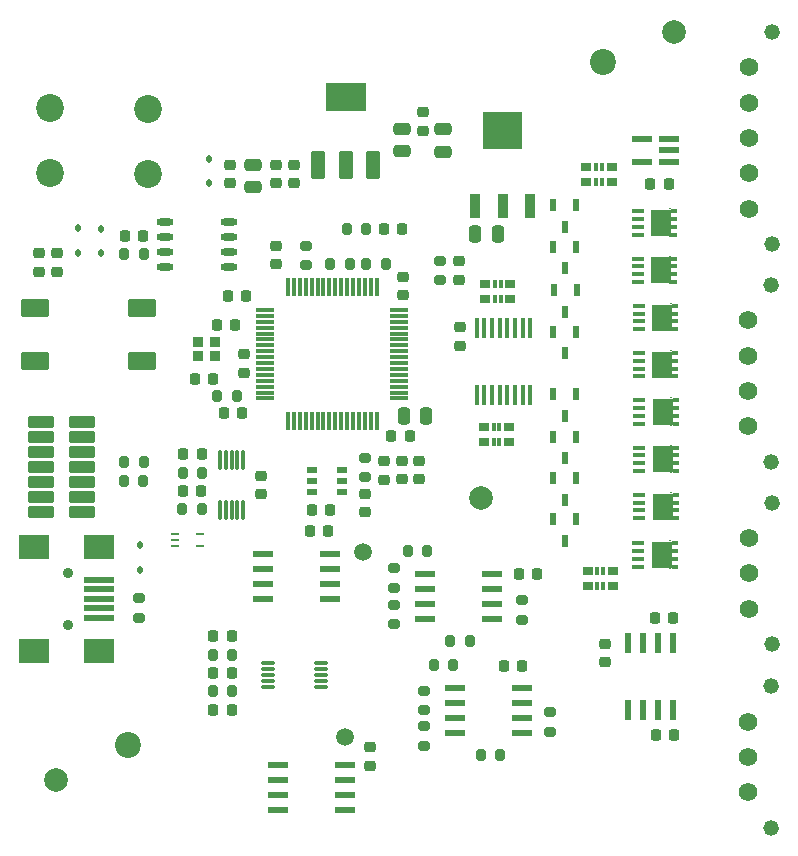
<source format=gbr>
%TF.GenerationSoftware,KiCad,Pcbnew,9.0.6*%
%TF.CreationDate,2026-02-16T15:04:55+01:00*%
%TF.ProjectId,WaterSensor,57617465-7253-4656-9e73-6f722e6b6963,rev?*%
%TF.SameCoordinates,Original*%
%TF.FileFunction,Soldermask,Top*%
%TF.FilePolarity,Negative*%
%FSLAX46Y46*%
G04 Gerber Fmt 4.6, Leading zero omitted, Abs format (unit mm)*
G04 Created by KiCad (PCBNEW 9.0.6) date 2026-02-16 15:04:55*
%MOMM*%
%LPD*%
G01*
G04 APERTURE LIST*
G04 Aperture macros list*
%AMRoundRect*
0 Rectangle with rounded corners*
0 $1 Rounding radius*
0 $2 $3 $4 $5 $6 $7 $8 $9 X,Y pos of 4 corners*
0 Add a 4 corners polygon primitive as box body*
4,1,4,$2,$3,$4,$5,$6,$7,$8,$9,$2,$3,0*
0 Add four circle primitives for the rounded corners*
1,1,$1+$1,$2,$3*
1,1,$1+$1,$4,$5*
1,1,$1+$1,$6,$7*
1,1,$1+$1,$8,$9*
0 Add four rect primitives between the rounded corners*
20,1,$1+$1,$2,$3,$4,$5,0*
20,1,$1+$1,$4,$5,$6,$7,0*
20,1,$1+$1,$6,$7,$8,$9,0*
20,1,$1+$1,$8,$9,$2,$3,0*%
G04 Aperture macros list end*
%ADD10C,0.000000*%
%ADD11RoundRect,0.102000X1.025000X-0.380000X1.025000X0.380000X-1.025000X0.380000X-1.025000X-0.380000X0*%
%ADD12RoundRect,0.102000X0.475000X-1.075000X0.475000X1.075000X-0.475000X1.075000X-0.475000X-1.075000X0*%
%ADD13RoundRect,0.102000X1.625000X-1.075000X1.625000X1.075000X-1.625000X1.075000X-1.625000X-1.075000X0*%
%ADD14R,0.508000X1.117600*%
%ADD15RoundRect,0.250000X0.250000X0.475000X-0.250000X0.475000X-0.250000X-0.475000X0.250000X-0.475000X0*%
%ADD16RoundRect,0.200000X0.275000X-0.200000X0.275000X0.200000X-0.275000X0.200000X-0.275000X-0.200000X0*%
%ADD17RoundRect,0.250000X-0.475000X0.250000X-0.475000X-0.250000X0.475000X-0.250000X0.475000X0.250000X0*%
%ADD18R,0.952500X0.558800*%
%ADD19RoundRect,0.225000X0.225000X0.250000X-0.225000X0.250000X-0.225000X-0.250000X0.225000X-0.250000X0*%
%ADD20R,1.725000X2.235000*%
%ADD21R,0.250000X0.077000*%
%ADD22R,0.250000X0.075000*%
%ADD23R,0.510000X0.405000*%
%ADD24R,0.990000X0.405000*%
%ADD25RoundRect,0.200000X0.200000X0.275000X-0.200000X0.275000X-0.200000X-0.275000X0.200000X-0.275000X0*%
%ADD26C,0.900000*%
%ADD27R,2.500000X0.500000*%
%ADD28R,2.500000X2.000000*%
%ADD29RoundRect,0.200000X-0.200000X-0.275000X0.200000X-0.275000X0.200000X0.275000X-0.200000X0.275000X0*%
%ADD30R,0.965200X0.736600*%
%ADD31R,0.355600X0.736600*%
%ADD32RoundRect,0.218750X0.256250X-0.218750X0.256250X0.218750X-0.256250X0.218750X-0.256250X-0.218750X0*%
%ADD33RoundRect,0.225000X-0.225000X-0.250000X0.225000X-0.250000X0.225000X0.250000X-0.225000X0.250000X0*%
%ADD34RoundRect,0.087500X0.087500X-0.725000X0.087500X0.725000X-0.087500X0.725000X-0.087500X-0.725000X0*%
%ADD35RoundRect,0.225000X-0.250000X0.225000X-0.250000X-0.225000X0.250000X-0.225000X0.250000X0.225000X0*%
%ADD36C,1.500000*%
%ADD37RoundRect,0.225000X0.250000X-0.225000X0.250000X0.225000X-0.250000X0.225000X-0.250000X-0.225000X0*%
%ADD38C,2.000000*%
%ADD39RoundRect,0.218750X0.218750X0.256250X-0.218750X0.256250X-0.218750X-0.256250X0.218750X-0.256250X0*%
%ADD40RoundRect,0.112500X0.112500X-0.187500X0.112500X0.187500X-0.112500X0.187500X-0.112500X-0.187500X0*%
%ADD41RoundRect,0.250000X0.475000X-0.250000X0.475000X0.250000X-0.475000X0.250000X-0.475000X-0.250000X0*%
%ADD42C,2.362200*%
%ADD43R,1.663700X0.558800*%
%ADD44C,1.320800*%
%ADD45C,1.574800*%
%ADD46RoundRect,0.200000X-0.275000X0.200000X-0.275000X-0.200000X0.275000X-0.200000X0.275000X0.200000X0*%
%ADD47R,0.950000X0.850000*%
%ADD48R,0.558800X1.663700*%
%ADD49R,0.914400X2.108200*%
%ADD50RoundRect,0.075000X-0.700000X-0.075000X0.700000X-0.075000X0.700000X0.075000X-0.700000X0.075000X0*%
%ADD51RoundRect,0.075000X-0.075000X-0.700000X0.075000X-0.700000X0.075000X0.700000X-0.075000X0.700000X0*%
%ADD52C,2.200000*%
%ADD53RoundRect,0.112500X-0.112500X0.187500X-0.112500X-0.187500X0.112500X-0.187500X0.112500X0.187500X0*%
%ADD54R,0.762000X0.254000*%
%ADD55R,0.355600X1.676400*%
%ADD56O,1.350000X0.299999*%
%ADD57RoundRect,0.102000X1.050000X0.700000X-1.050000X0.700000X-1.050000X-0.700000X1.050000X-0.700000X0*%
%ADD58R,1.805236X0.612132*%
%ADD59RoundRect,0.250000X-0.250000X-0.475000X0.250000X-0.475000X0.250000X0.475000X-0.250000X0.475000X0*%
%ADD60O,1.450000X0.599999*%
%ADD61RoundRect,0.218750X-0.256250X0.218750X-0.256250X-0.218750X0.256250X-0.218750X0.256250X0.218750X0*%
G04 APERTURE END LIST*
D10*
%TO.C,U4*%
G36*
X148361000Y-89631700D02*
G01*
X145059000Y-89631700D01*
X145059000Y-86507500D01*
X148361000Y-86507500D01*
X148361000Y-89631700D01*
G37*
%TD*%
D11*
%TO.C,J1*%
X111145000Y-112780000D03*
X107595000Y-112780000D03*
X111145000Y-114050000D03*
X107595000Y-114050000D03*
X111145000Y-115320000D03*
X107595000Y-115320000D03*
X111145000Y-116590000D03*
X107595000Y-116590000D03*
X111145000Y-117860000D03*
X107595000Y-117860000D03*
X111145000Y-119130000D03*
X107595000Y-119130000D03*
X111145000Y-120400000D03*
X107595000Y-120400000D03*
%TD*%
D12*
%TO.C,U5*%
X131130000Y-91000000D03*
X133430000Y-91000000D03*
X135730000Y-91000000D03*
D13*
X133430000Y-85200000D03*
%TD*%
D14*
%TO.C,Q4*%
X152917500Y-105085600D03*
X151012500Y-105085600D03*
X151965000Y-106914400D03*
%TD*%
D15*
%TO.C,C7*%
X146300000Y-96830000D03*
X144400000Y-96830000D03*
%TD*%
D16*
%TO.C,RSense1*%
X150700000Y-138965000D03*
X150700000Y-137315000D03*
%TD*%
D17*
%TO.C,C34*%
X125550000Y-90980000D03*
X125550000Y-92880000D03*
%TD*%
D18*
%TO.C,U11*%
X133106350Y-118670001D03*
X133106350Y-117720000D03*
X133106350Y-116769999D03*
X130553650Y-116769999D03*
X130553650Y-117720000D03*
X130553650Y-118670001D03*
%TD*%
D19*
%TO.C,C21*%
X116285000Y-96980000D03*
X114735000Y-96980000D03*
%TD*%
D20*
%TO.C,QM4*%
X160238000Y-107898000D03*
D21*
X160975000Y-106744000D03*
D22*
X160975000Y-109053000D03*
D23*
X161355000Y-106908000D03*
X161355000Y-107568000D03*
X161355000Y-108228000D03*
X161355000Y-108888000D03*
D24*
X158245000Y-108888000D03*
X158245000Y-106908000D03*
X158245000Y-107568000D03*
X158245000Y-108228000D03*
%TD*%
D16*
%TO.C,R5*%
X137510000Y-129845000D03*
X137510000Y-128195000D03*
%TD*%
D25*
%TO.C,R20*%
X116305000Y-117710000D03*
X114655000Y-117710000D03*
%TD*%
D19*
%TO.C,C18*%
X123785000Y-130890000D03*
X122235000Y-130890000D03*
%TD*%
D14*
%TO.C,Q1*%
X152982500Y-101585600D03*
X151077500Y-101585600D03*
X152030000Y-103414400D03*
%TD*%
D20*
%TO.C,QM6*%
X160273000Y-115898000D03*
D21*
X161010000Y-114744000D03*
D22*
X161010000Y-117053000D03*
D23*
X161390000Y-114908000D03*
X161390000Y-115568000D03*
X161390000Y-116228000D03*
X161390000Y-116888000D03*
D24*
X158280000Y-116888000D03*
X158280000Y-114908000D03*
X158280000Y-115568000D03*
X158280000Y-116228000D03*
%TD*%
D26*
%TO.C,J6*%
X109925000Y-125500000D03*
X109925000Y-129900000D03*
D27*
X112525000Y-126100000D03*
X112525000Y-126900000D03*
X112525000Y-127700000D03*
X112525000Y-128500000D03*
X112525000Y-129300000D03*
D28*
X112525000Y-123300000D03*
X107025000Y-123300000D03*
X112525000Y-132100000D03*
X107025000Y-132100000D03*
%TD*%
D16*
%TO.C,R25*%
X130050000Y-99455000D03*
X130050000Y-97805000D03*
%TD*%
D29*
%TO.C,R3*%
X140905000Y-133350000D03*
X142555000Y-133350000D03*
%TD*%
D30*
%TO.C,R16*%
X153785500Y-92400000D03*
D31*
X154615000Y-92400000D03*
X155115000Y-92400000D03*
D30*
X155944500Y-92400000D03*
X155944500Y-91130000D03*
D31*
X155115000Y-91130000D03*
X154615000Y-91130000D03*
D30*
X153785500Y-91130000D03*
%TD*%
D32*
%TO.C,FB3*%
X123650000Y-92537500D03*
X123650000Y-90962500D03*
%TD*%
D29*
%TO.C,R22*%
X119615000Y-120130000D03*
X121265000Y-120130000D03*
%TD*%
D33*
%TO.C,C30*%
X159695000Y-139210000D03*
X161245000Y-139210000D03*
%TD*%
D34*
%TO.C,U10*%
X122770000Y-120212500D03*
X123270000Y-120212500D03*
X123770000Y-120212500D03*
X124270000Y-120212500D03*
X124770000Y-120212500D03*
X124770000Y-115987500D03*
X124270000Y-115987500D03*
X123770000Y-115987500D03*
X123270000Y-115987500D03*
X122770000Y-115987500D03*
%TD*%
D35*
%TO.C,C4*%
X129040000Y-90985000D03*
X129040000Y-92535000D03*
%TD*%
D29*
%TO.C,R10*%
X122175000Y-135500000D03*
X123825000Y-135500000D03*
%TD*%
D19*
%TO.C,C25*%
X131975000Y-121995000D03*
X130425000Y-121995000D03*
%TD*%
D35*
%TO.C,C9*%
X126270000Y-117325000D03*
X126270000Y-118875000D03*
%TD*%
D29*
%TO.C,R7*%
X138675000Y-123640000D03*
X140325000Y-123640000D03*
%TD*%
D36*
%TO.C,TP2*%
X134890000Y-123760000D03*
%TD*%
D16*
%TO.C,R27*%
X115925000Y-129325000D03*
X115925000Y-127675000D03*
%TD*%
D37*
%TO.C,C13*%
X138300000Y-101975000D03*
X138300000Y-100425000D03*
%TD*%
D38*
%TO.C,FID3*%
X161261000Y-79709000D03*
%TD*%
D16*
%TO.C,R24*%
X141440000Y-100737500D03*
X141440000Y-99087500D03*
%TD*%
D39*
%TO.C,D6*%
X121250000Y-115440000D03*
X119675000Y-115440000D03*
%TD*%
D14*
%TO.C,Q7*%
X152917500Y-117485600D03*
X151012500Y-117485600D03*
X151965000Y-119314400D03*
%TD*%
D40*
%TO.C,D4*%
X112710000Y-98460000D03*
X112710000Y-96360000D03*
%TD*%
D41*
%TO.C,C6*%
X141680000Y-89840000D03*
X141680000Y-87940000D03*
%TD*%
D35*
%TO.C,C19*%
X108980000Y-98475000D03*
X108980000Y-100025000D03*
%TD*%
D29*
%TO.C,R19*%
X114665000Y-116170000D03*
X116315000Y-116170000D03*
%TD*%
D42*
%TO.C,J2*%
X116700000Y-86210251D03*
X116700000Y-91710250D03*
%TD*%
D43*
%TO.C,U8*%
X142674250Y-135235000D03*
X142674250Y-136505000D03*
X142674250Y-137775000D03*
X142674250Y-139045000D03*
X148325750Y-139045000D03*
X148325750Y-137775000D03*
X148325750Y-136505000D03*
X148325750Y-135235000D03*
%TD*%
D19*
%TO.C,C10*%
X125035000Y-102110000D03*
X123485000Y-102110000D03*
%TD*%
D20*
%TO.C,QM5*%
X160273000Y-111898000D03*
D21*
X161010000Y-110744000D03*
D22*
X161010000Y-113053000D03*
D23*
X161390000Y-110908000D03*
X161390000Y-111568000D03*
X161390000Y-112228000D03*
X161390000Y-112888000D03*
D24*
X158280000Y-112888000D03*
X158280000Y-110908000D03*
X158280000Y-111568000D03*
X158280000Y-112228000D03*
%TD*%
D44*
%TO.C,J7*%
X169460001Y-147099997D03*
X169460001Y-135100001D03*
D45*
X167500000Y-138100000D03*
X167500000Y-141099999D03*
X167500000Y-144099998D03*
%TD*%
D19*
%TO.C,C1*%
X122235000Y-109070000D03*
X120685000Y-109070000D03*
%TD*%
D29*
%TO.C,R9*%
X122185000Y-132430000D03*
X123835000Y-132430000D03*
%TD*%
%TO.C,R11*%
X114675000Y-98530000D03*
X116325000Y-98530000D03*
%TD*%
D35*
%TO.C,C26*%
X155400000Y-131525000D03*
X155400000Y-133075000D03*
%TD*%
D43*
%TO.C,U9*%
X140174250Y-125635000D03*
X140174250Y-126905000D03*
X140174250Y-128175000D03*
X140174250Y-129445000D03*
X145825750Y-129445000D03*
X145825750Y-128175000D03*
X145825750Y-126905000D03*
X145825750Y-125635000D03*
%TD*%
D35*
%TO.C,C17*%
X138170000Y-116024999D03*
X138170000Y-117574999D03*
%TD*%
D44*
%TO.C,J5*%
X169476000Y-116117000D03*
X169476000Y-101116999D03*
D45*
X167515999Y-104117001D03*
X167515999Y-107117000D03*
X167515999Y-110116999D03*
X167515999Y-113116998D03*
%TD*%
D35*
%TO.C,C3*%
X124810000Y-107015000D03*
X124810000Y-108565000D03*
%TD*%
D14*
%TO.C,Q5*%
X152917500Y-120985600D03*
X151012500Y-120985600D03*
X151965000Y-122814400D03*
%TD*%
D32*
%TO.C,D8*%
X143040000Y-100700000D03*
X143040000Y-99125000D03*
%TD*%
D19*
%TO.C,C24*%
X123775000Y-133970000D03*
X122225000Y-133970000D03*
%TD*%
D37*
%TO.C,C14*%
X127530000Y-99375000D03*
X127530000Y-97825000D03*
%TD*%
D35*
%TO.C,C23*%
X135073650Y-118834999D03*
X135073650Y-120384999D03*
%TD*%
D40*
%TO.C,D1*%
X121839600Y-92539749D03*
X121839600Y-90439749D03*
%TD*%
D38*
%TO.C,FID1*%
X108876000Y-143038000D03*
%TD*%
D16*
%TO.C,RSense2*%
X148400000Y-129490000D03*
X148400000Y-127840000D03*
%TD*%
D33*
%TO.C,C28*%
X148065000Y-125620000D03*
X149615000Y-125620000D03*
%TD*%
D40*
%TO.C,D3*%
X110740000Y-98447500D03*
X110740000Y-96347500D03*
%TD*%
D30*
%TO.C,R13*%
X147279500Y-113165000D03*
D31*
X146450000Y-113165000D03*
X145950000Y-113165000D03*
D30*
X145120500Y-113165000D03*
X145120500Y-114435000D03*
D31*
X145950000Y-114435000D03*
X146450000Y-114435000D03*
D30*
X147279500Y-114435000D03*
%TD*%
D46*
%TO.C,R6*%
X137500000Y-125115000D03*
X137500000Y-126765000D03*
%TD*%
D14*
%TO.C,Q8*%
X152917500Y-113985600D03*
X151012500Y-113985600D03*
X151965000Y-115814400D03*
%TD*%
D44*
%TO.C,J4*%
X169500000Y-97700000D03*
X169500000Y-79700000D03*
D45*
X167539999Y-82700002D03*
X167539999Y-85700001D03*
X167539999Y-88700000D03*
X167539999Y-91699999D03*
X167539999Y-94699998D03*
%TD*%
D39*
%TO.C,D5*%
X121207500Y-118560000D03*
X119632500Y-118560000D03*
%TD*%
D43*
%TO.C,U3*%
X126474250Y-123890000D03*
X126474250Y-125160000D03*
X126474250Y-126430000D03*
X126474250Y-127700000D03*
X132125750Y-127700000D03*
X132125750Y-126430000D03*
X132125750Y-125160000D03*
X132125750Y-123890000D03*
%TD*%
D29*
%TO.C,R18*%
X132145000Y-99400000D03*
X133795000Y-99400000D03*
%TD*%
D19*
%TO.C,C27*%
X148385000Y-133410000D03*
X146835000Y-133410000D03*
%TD*%
D33*
%TO.C,C11*%
X137305000Y-113960000D03*
X138855000Y-113960000D03*
%TD*%
D25*
%TO.C,R4*%
X146525000Y-140940000D03*
X144875000Y-140940000D03*
%TD*%
D46*
%TO.C,R12*%
X135083650Y-115764999D03*
X135083650Y-117414999D03*
%TD*%
D37*
%TO.C,C33*%
X135470000Y-141835000D03*
X135470000Y-140285000D03*
%TD*%
D20*
%TO.C,QM7*%
X160273000Y-119898000D03*
D21*
X161010000Y-118744000D03*
D22*
X161010000Y-121053000D03*
D23*
X161390000Y-118908000D03*
X161390000Y-119568000D03*
X161390000Y-120228000D03*
X161390000Y-120888000D03*
D24*
X158280000Y-120888000D03*
X158280000Y-118908000D03*
X158280000Y-119568000D03*
X158280000Y-120228000D03*
%TD*%
D46*
%TO.C,R1*%
X140100000Y-135515000D03*
X140100000Y-137165000D03*
%TD*%
D36*
%TO.C,TP1*%
X133340000Y-139400000D03*
%TD*%
D35*
%TO.C,C20*%
X107450000Y-98475000D03*
X107450000Y-100025000D03*
%TD*%
D14*
%TO.C,Q2*%
X152917500Y-97900000D03*
X151012500Y-97900000D03*
X151965000Y-99728800D03*
%TD*%
D20*
%TO.C,QM2*%
X160138000Y-99898000D03*
D21*
X160875000Y-98744000D03*
D22*
X160875000Y-101053000D03*
D23*
X161255000Y-98908000D03*
X161255000Y-99568000D03*
X161255000Y-100228000D03*
X161255000Y-100888000D03*
D24*
X158145000Y-100888000D03*
X158145000Y-98908000D03*
X158145000Y-99568000D03*
X158145000Y-100228000D03*
%TD*%
D29*
%TO.C,R21*%
X133535000Y-96420000D03*
X135185000Y-96420000D03*
%TD*%
D19*
%TO.C,C31*%
X161175000Y-129300000D03*
X159625000Y-129300000D03*
%TD*%
D25*
%TO.C,R8*%
X143925000Y-131320000D03*
X142275000Y-131320000D03*
%TD*%
D19*
%TO.C,C12*%
X124655000Y-112020000D03*
X123105000Y-112020000D03*
%TD*%
D20*
%TO.C,QM1*%
X160238000Y-103898000D03*
D21*
X160975000Y-102744000D03*
D22*
X160975000Y-105053000D03*
D23*
X161355000Y-102908000D03*
X161355000Y-103568000D03*
X161355000Y-104228000D03*
X161355000Y-104888000D03*
D24*
X158245000Y-104888000D03*
X158245000Y-102908000D03*
X158245000Y-103568000D03*
X158245000Y-104228000D03*
%TD*%
D20*
%TO.C,QM3*%
X160138000Y-95898000D03*
D21*
X160875000Y-94744000D03*
D22*
X160875000Y-97053000D03*
D23*
X161255000Y-94908000D03*
X161255000Y-95568000D03*
X161255000Y-96228000D03*
X161255000Y-96888000D03*
D24*
X158145000Y-96888000D03*
X158145000Y-94908000D03*
X158145000Y-95568000D03*
X158145000Y-96228000D03*
%TD*%
D43*
%TO.C,U2*%
X127724250Y-141815000D03*
X127724250Y-143085000D03*
X127724250Y-144355000D03*
X127724250Y-145625000D03*
X133375750Y-145625000D03*
X133375750Y-144355000D03*
X133375750Y-143085000D03*
X133375750Y-141815000D03*
%TD*%
D47*
%TO.C,XTAL1*%
X122360000Y-105970000D03*
X120910000Y-105970000D03*
X120910000Y-107120000D03*
X122360000Y-107120000D03*
%TD*%
D19*
%TO.C,C32*%
X160775000Y-92600000D03*
X159225000Y-92600000D03*
%TD*%
D48*
%TO.C,U14*%
X157295000Y-137125750D03*
X158565000Y-137125750D03*
X159835000Y-137125750D03*
X161105000Y-137125750D03*
X161105000Y-131474250D03*
X159835000Y-131474250D03*
X158565000Y-131474250D03*
X157295000Y-131474250D03*
%TD*%
D39*
%TO.C,D7*%
X138237500Y-96390000D03*
X136662500Y-96390000D03*
%TD*%
D14*
%TO.C,Q3*%
X152917500Y-94385600D03*
X151012500Y-94385600D03*
X151965000Y-96214400D03*
%TD*%
D30*
%TO.C,R15*%
X145220500Y-102335000D03*
D31*
X146050000Y-102335000D03*
X146550000Y-102335000D03*
D30*
X147379500Y-102335000D03*
X147379500Y-101065000D03*
D31*
X146550000Y-101065000D03*
X146050000Y-101065000D03*
D30*
X145220500Y-101065000D03*
%TD*%
D35*
%TO.C,C35*%
X127530000Y-90985000D03*
X127530000Y-92535000D03*
%TD*%
D49*
%TO.C,U4*%
X144410000Y-94419600D03*
X146710000Y-94419600D03*
X149010000Y-94419600D03*
%TD*%
D50*
%TO.C,U1*%
X126625000Y-103250000D03*
X126625000Y-103750000D03*
X126625000Y-104250000D03*
X126625000Y-104750000D03*
X126625000Y-105250000D03*
X126625000Y-105750000D03*
X126625000Y-106250000D03*
X126625000Y-106750000D03*
X126625000Y-107250000D03*
X126625000Y-107750000D03*
X126625000Y-108250000D03*
X126625000Y-108750000D03*
X126625000Y-109250000D03*
X126625000Y-109750000D03*
X126625000Y-110250000D03*
X126625000Y-110750000D03*
D51*
X128550000Y-112675000D03*
X129050000Y-112675000D03*
X129550000Y-112675000D03*
X130050000Y-112675000D03*
X130550000Y-112675000D03*
X131050000Y-112675000D03*
X131550000Y-112675000D03*
X132050000Y-112675000D03*
X132550000Y-112675000D03*
X133050000Y-112675000D03*
X133550000Y-112675000D03*
X134050000Y-112675000D03*
X134550000Y-112675000D03*
X135050000Y-112675000D03*
X135550000Y-112675000D03*
X136050000Y-112675000D03*
D50*
X137975000Y-110750000D03*
X137975000Y-110250000D03*
X137975000Y-109750000D03*
X137975000Y-109250000D03*
X137975000Y-108750000D03*
X137975000Y-108250000D03*
X137975000Y-107750000D03*
X137975000Y-107250000D03*
X137975000Y-106750000D03*
X137975000Y-106250000D03*
X137975000Y-105750000D03*
X137975000Y-105250000D03*
X137975000Y-104750000D03*
X137975000Y-104250000D03*
X137975000Y-103750000D03*
X137975000Y-103250000D03*
D51*
X136050000Y-101325000D03*
X135550000Y-101325000D03*
X135050000Y-101325000D03*
X134550000Y-101325000D03*
X134050000Y-101325000D03*
X133550000Y-101325000D03*
X133050000Y-101325000D03*
X132550000Y-101325000D03*
X132050000Y-101325000D03*
X131550000Y-101325000D03*
X131050000Y-101325000D03*
X130550000Y-101325000D03*
X130050000Y-101325000D03*
X129550000Y-101325000D03*
X129050000Y-101325000D03*
X128550000Y-101325000D03*
%TD*%
D38*
%TO.C,FID2*%
X144895000Y-119213000D03*
%TD*%
D35*
%TO.C,C16*%
X136670000Y-116075000D03*
X136670000Y-117625000D03*
%TD*%
D19*
%TO.C,C2*%
X124055000Y-104550000D03*
X122505000Y-104550000D03*
%TD*%
D29*
%TO.C,R23*%
X119645000Y-117030000D03*
X121295000Y-117030000D03*
%TD*%
D52*
%TO.C,H1*%
X155200000Y-82300000D03*
%TD*%
D25*
%TO.C,R26*%
X124225000Y-110540000D03*
X122575000Y-110540000D03*
%TD*%
D53*
%TO.C,D2*%
X116025000Y-123150000D03*
X116025000Y-125250000D03*
%TD*%
D16*
%TO.C,R2*%
X140100000Y-140165000D03*
X140100000Y-138515000D03*
%TD*%
D54*
%TO.C,U7*%
X119016300Y-122200001D03*
X119016300Y-122700000D03*
X119016300Y-123199999D03*
X121073700Y-123199999D03*
X121073700Y-122200001D03*
%TD*%
D14*
%TO.C,Q6*%
X152917500Y-110385600D03*
X151012500Y-110385600D03*
X151965000Y-112214400D03*
%TD*%
D41*
%TO.C,C5*%
X138230000Y-89810000D03*
X138230000Y-87910000D03*
%TD*%
D44*
%TO.C,J8*%
X169499800Y-131560398D03*
X169499800Y-119560402D03*
D45*
X167539799Y-122560401D03*
X167539799Y-125560400D03*
X167539799Y-128560399D03*
%TD*%
D55*
%TO.C,U13*%
X144525001Y-110419400D03*
X145174999Y-110419400D03*
X145825001Y-110419400D03*
X146474999Y-110419400D03*
X147124998Y-110419400D03*
X147774999Y-110419400D03*
X148424998Y-110419400D03*
X149074999Y-110419400D03*
X149074999Y-104780600D03*
X148425001Y-104780600D03*
X147774999Y-104780600D03*
X147125001Y-104780600D03*
X146475002Y-104780600D03*
X145825001Y-104780600D03*
X145175002Y-104780600D03*
X144525001Y-104780600D03*
%TD*%
D33*
%TO.C,C8*%
X122225000Y-137100000D03*
X123775000Y-137100000D03*
%TD*%
%TO.C,C22*%
X130565000Y-120190000D03*
X132115000Y-120190000D03*
%TD*%
D56*
%TO.C,U6*%
X131344999Y-135140001D03*
X131344999Y-134640002D03*
X131344999Y-134140000D03*
X131344999Y-133640001D03*
X131344999Y-133139999D03*
X126894998Y-133139999D03*
X126894998Y-133640001D03*
X126894998Y-134140000D03*
X126894998Y-134640002D03*
X126894998Y-135140001D03*
%TD*%
D20*
%TO.C,QM8*%
X160173000Y-123998000D03*
D21*
X160910000Y-122844000D03*
D22*
X160910000Y-125153000D03*
D23*
X161290000Y-123008000D03*
X161290000Y-123668000D03*
X161290000Y-124328000D03*
X161290000Y-124988000D03*
D24*
X158180000Y-124988000D03*
X158180000Y-123008000D03*
X158180000Y-123668000D03*
X158180000Y-124328000D03*
%TD*%
D57*
%TO.C,SW1*%
X116200000Y-107560000D03*
X116200000Y-103060000D03*
X107100000Y-107560000D03*
X107100000Y-103060000D03*
%TD*%
D35*
%TO.C,C29*%
X143100000Y-104725000D03*
X143100000Y-106275000D03*
%TD*%
D25*
%TO.C,R17*%
X136815000Y-99400000D03*
X135165000Y-99400000D03*
%TD*%
D58*
%TO.C,U15*%
X160800000Y-90700000D03*
X160800000Y-89749999D03*
X160800000Y-88799998D03*
X158499034Y-88799998D03*
X158499034Y-90700000D03*
%TD*%
D59*
%TO.C,C15*%
X138350000Y-112200000D03*
X140250000Y-112200000D03*
%TD*%
D30*
%TO.C,R14*%
X156079500Y-125365000D03*
D31*
X155250000Y-125365000D03*
X154750000Y-125365000D03*
D30*
X153920500Y-125365000D03*
X153920500Y-126635000D03*
D31*
X154750000Y-126635000D03*
X155250000Y-126635000D03*
D30*
X156079500Y-126635000D03*
%TD*%
D60*
%TO.C,U12*%
X123560000Y-99590000D03*
X123560000Y-98320000D03*
X123560000Y-97050000D03*
X123560000Y-95780000D03*
X118110001Y-95780000D03*
X118110001Y-97050000D03*
X118110001Y-98320000D03*
X118110001Y-99590000D03*
%TD*%
D61*
%TO.C,FB1*%
X139950000Y-86532500D03*
X139950000Y-88107500D03*
%TD*%
D52*
%TO.C,H2*%
X115000000Y-140100000D03*
%TD*%
D32*
%TO.C,FB2*%
X139670000Y-117587499D03*
X139670000Y-116012499D03*
%TD*%
D42*
%TO.C,J3*%
X108439600Y-86189750D03*
X108439600Y-91689749D03*
%TD*%
M02*

</source>
